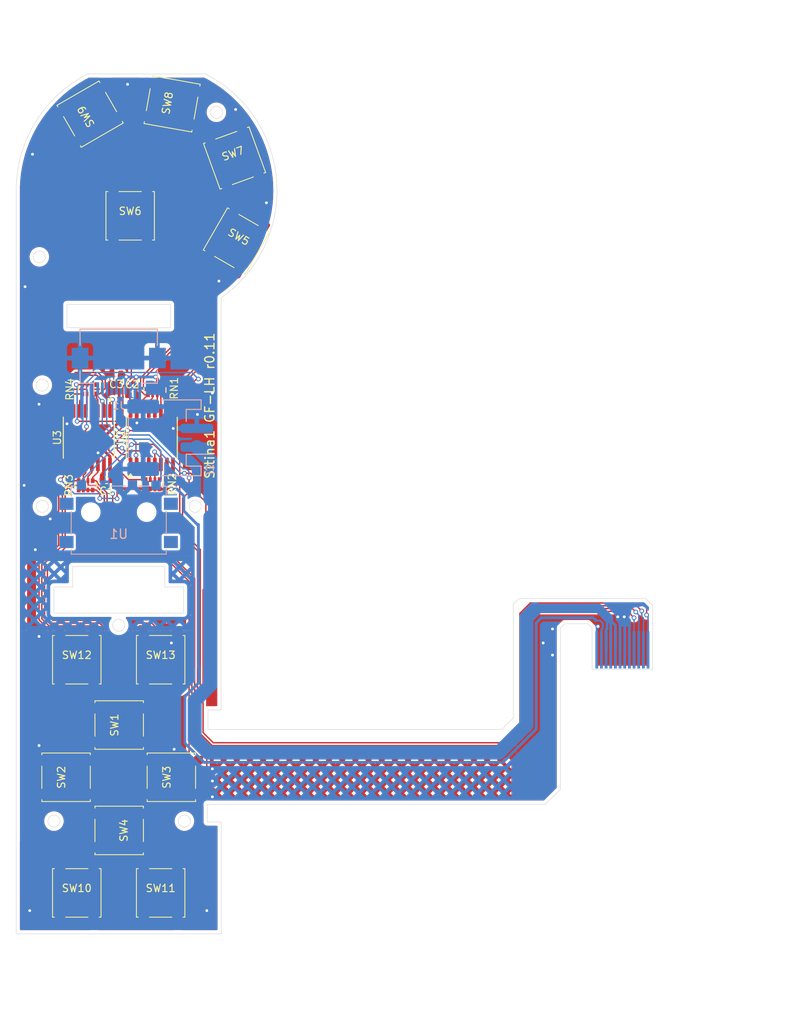
<source format=kicad_pcb>
(kicad_pcb (version 20240108) (generator "pcbnew") (generator_version "8.0")
  (title_block (title "Sitina 1 Grip Flex LH") (date "2024-08-04") (rev "R0.11") (company "Copyright 2024 Wenting Zhang"))
  (layers (0 "F.Cu" signal) (31 "B.Cu" signal) (34 "B.Paste" user) (35 "F.Paste" user) (36 "B.SilkS" user "B.Silkscreen") (37 "F.SilkS" user "F.Silkscreen") (38 "B.Mask" user) (39 "F.Mask" user) (44 "Edge.Cuts" user))
  (net 0 "")
  (net 1 "+3V3")
  (net 2 "GND")
  (net 3 "SPI_CS")
  (net 4 "SPI_SCLK")
  (net 5 "SPI_MOSI")
  (net 6 "SPI_MISO")
  (net 7 "+BATT")
  (net 8 "/KEYMODE")
  (net 9 "/KEYAF")
  (net 10 "/KEYALT")
  (net 11 "/KEYISO")
  (net 12 "/ENCB")
  (net 13 "/ENCA")
  (net 14 "/KEYSHTR")
  (net 15 "/ENCS")
  (net 16 "/KEYUP")
  (net 17 "/KEYLEFT")
  (net 18 "/KEYRIGHT")
  (net 19 "/KEYDOWN")
  (net 21 "Net-(U2-Q7)")
  (net 22 "/KEYPB")
  (net 24 "/KEYFN6")
  (net 25 "/KEYFN5")
  (net 26 "/KEYMENU")
  (footprint "Capacitor_SMD:C_0402_1005Metric" (layer "F.Cu") (at 162.3 94.4 180)
    (property "Reference" "C3")
    (property "Value" "100nF")
  )
  (footprint "Capacitor_SMD:C_0402_1005Metric" (layer "F.Cu") (at 161.25 105.85 180)
    (property "Reference" "C1")
    (property "Value" "100nF")
  )
  (footprint "footprints:HX-TS5208A" (layer "F.Cu") (at 174.98 71.3 20)
    (property "Reference" "SW7")
    (property "Value" "~")
  )
  (footprint "Capacitor_SMD:C_0402_1005Metric" (layer "F.Cu") (at 164 96.7375)
    (property "Reference" "C2")
    (property "Value" "100nF")
  )
  (footprint "footprints:HX-TS5208A" (layer "F.Cu") (at 168.28 65.5 80)
    (property "Reference" "SW8")
    (property "Value" "~")
  )
  (footprint "footprints:HX-TS5208A" (layer "F.Cu") (at 167.05 125.1)
    (property "Reference" "SW13")
    (property "Value" "~")
  )
  (footprint "footprints:HX-TS5208A" (layer "F.Cu") (at 167.05 150.1)
    (property "Reference" "SW11")
    (property "Value" "~")
  )
  (footprint "Resistor_SMD:R_Array_Convex_4x0402" (layer "F.Cu") (at 159.4 96.1 90)
    (property "Reference" "RN4")
    (property "Value" "10K")
  )
  (footprint "footprints:HX-TS5208A" (layer "F.Cu") (at 158.05 150.1)
    (property "Reference" "SW10")
    (property "Value" "~")
  )
  (footprint "Resistor_SMD:R_Array_Convex_4x0402" (layer "F.Cu") (at 166.1875 106.2875 -90)
    (property "Reference" "RN2")
    (property "Value" "10K")
  )
  (footprint "footprints:HX-TS5208A" (layer "F.Cu") (at 158.05 125.1)
    (property "Reference" "SW12")
    (property "Value" "~")
  )
  (footprint "Resistor_SMD:R_Array_Convex_4x0402" (layer "F.Cu") (at 159 106.4 -90)
    (property "Reference" "RN3")
    (property "Value" "10K")
  )
  (footprint "Resistor_SMD:R_Array_Convex_4x0402" (layer "F.Cu") (at 166.4375 96.1875 90)
    (property "Reference" "RN1")
    (property "Value" "10K")
  )
  (footprint "footprints:HX-TS5208A" (layer "F.Cu") (at 156.9 137.7 90)
    (property "Reference" "SW2")
    (property "Value" "~")
  )
  (footprint "footprints:HX-TS5208A" (layer "F.Cu") (at 163.78 77.5)
    (property "Reference" "SW6")
    (property "Value" "~")
  )
  (footprint "footprints:HX-TS5208A" (layer "F.Cu") (at 162.6 132.1 90)
    (property "Reference" "SW1")
    (property "Value" "~")
  )
  (footprint "Package_SO:TSSOP-16_4.4x5mm_P0.65mm" (layer "F.Cu") (at 166.1 101.3 90)
    (property "Reference" "U2")
    (property "Value" "74HC165")
  )
  (footprint "footprints:HX-TS5208A" (layer "F.Cu") (at 175.18 80.2 -30)
    (property "Reference" "SW5")
    (property "Value" "~")
  )
  (footprint "footprints:HX-TS5208A" (layer "F.Cu") (at 162.6 143.4 -90)
    (property "Reference" "SW4")
    (property "Value" "~")
  )
  (footprint "footprints:HX-TS5208A" (layer "F.Cu") (at 168.2 137.7 90)
    (property "Reference" "SW3")
    (property "Value" "~")
  )
  (footprint "Package_SO:TSSOP-16_4.4x5mm_P0.65mm" (layer "F.Cu") (at 159.3375 101.2875 -90)
    (property "Reference" "U3")
    (property "Value" "74HC165")
  )
  (footprint "footprints:HX-TS5208A" (layer "F.Cu") (at 159.48 66.6 120)
    (property "Reference" "SW9")
    (property "Value" "~")
  )
  (footprint "footprints:FPC_12" (layer "B.Cu") (at 216.6 124.04 180)
    (property "Reference" "J2" (hide yes))
    (property "Value" "Conn_01x12")
  )
  (footprint "Connector_JST:JST_PH_S2B-PH-SM4-TB_1x02-1MP_P2.00mm_Horizontal" (layer "B.Cu") (at 168.08 101.3 90)
    (property "Reference" "J3")
    (property "Value" "Conn_01x02_MountingPin")
  )
  (footprint "Connector_FFC-FPC:Hirose_FH12-10S-0.5SH_1x10-1MP_P0.50mm_Horizontal" (layer "B.Cu") (at 162.55 94.15)
    (property "Reference" "J1")
    (property "Value" "Conn_01x10_MountingPin")
  )
  (footprint "footprints:SIQ-02FVS3_L" (layer "B.Cu") (at 162.55 113.775)
    (property "Reference" "U1")
    (property "Value" "~")
  )
  (gr_line (start 155.6 117.3) (end 155.6 120.1) (stroke (width 0.05)) (layer "Edge.Cuts"))
  (gr_line (start 172.05 142.49) (end 172.05 140.59) (stroke (width 0.05)) (layer "Edge.Cuts"))
  (gr_circle (center 170.75 108.65) (end 171.4 108.65) (stroke (width 0.05)) (fill none) (layer "Edge.Cuts"))
  (gr_line (start 208.35 140.59) (end 209.95 138.99) (stroke (width 0.05)) (layer "Edge.Cuts"))
  (gr_circle (center 162.55 121.4) (end 163.2 121.4) (stroke (width 0.05)) (fill none) (layer "Edge.Cuts"))
  (gr_line (start 173.55 154.49) (end 173.55 142.49) (stroke (width 0.05)) (layer "Edge.Cuts"))
  (gr_circle (center 169.6 142.4) (end 170.25 142.4) (stroke (width 0.05)) (fill none) (layer "Edge.Cuts"))
  (gr_rect (start 157 87) (end 168.1 89.5) (stroke (width 0.05)) (fill none) (layer "Edge.Cuts"))
  (gr_line (start 169.5 117.3) (end 167.5 117.3) (stroke (width 0.05)) (layer "Edge.Cuts"))
  (gr_circle (center 155.6 142.4) (end 156.25 142.4) (stroke (width 0.05)) (fill none) (layer "Edge.Cuts"))
  (gr_line (start 219.85 126.14) (end 219.85 119.29) (stroke (width 0.05)) (layer "Edge.Cuts"))
  (gr_line (start 209.95 121.69) (end 209.95 138.99) (stroke (width 0.05)) (layer "Edge.Cuts"))
  (gr_line (start 205.5 118.54) (end 219.1 118.54) (stroke (width 0.05)) (layer "Edge.Cuts"))
  (gr_line (start 172.05 140.59) (end 208.35 140.59) (stroke (width 0.05)) (layer "Edge.Cuts"))
  (gr_arc (start 171.84 62.290001) (mid 179.503104 73.804252) (end 173.533678 86.280913) (stroke (width 0.05)) (layer "Edge.Cuts"))
  (gr_line (start 172.13 132.58) (end 203.66 132.58) (stroke (width 0.05)) (layer "Edge.Cuts"))
  (gr_line (start 209.95 121.69) (end 210.4 121.24) (stroke (width 0.05)) (layer "Edge.Cuts"))
  (gr_line (start 172.05 142.49) (end 173.55 142.49) (stroke (width 0.05)) (layer "Edge.Cuts"))
  (gr_line (start 204.9 119.14) (end 205.5 118.54) (stroke (width 0.05)) (layer "Edge.Cuts"))
  (gr_line (start 151.55 154.49) (end 151.55 74.29) (stroke (width 0.05)) (layer "Edge.Cuts"))
  (gr_line (start 159.24 62.29) (end 171.84 62.289999) (stroke (width 0.05)) (layer "Edge.Cuts"))
  (gr_line (start 157.6 115.1) (end 157.6 117.3) (stroke (width 0.05)) (layer "Edge.Cuts"))
  (gr_line (start 172.13 132.58) (end 172.13 130.48) (stroke (width 0.05)) (layer "Edge.Cuts"))
  (gr_line (start 157.6 117.3) (end 155.6 117.3) (stroke (width 0.05)) (layer "Edge.Cuts"))
  (gr_circle (center 154.35 95.65) (end 155 95.65) (stroke (width 0.05)) (fill none) (layer "Edge.Cuts"))
  (gr_line (start 213.35 121.69) (end 212.9 121.24) (stroke (width 0.05)) (layer "Edge.Cuts"))
  (gr_line (start 173.55 154.49) (end 151.55 154.49) (stroke (width 0.05)) (layer "Edge.Cuts"))
  (gr_line (start 210.4 121.24) (end 212.9 121.24) (stroke (width 0.05)) (layer "Edge.Cuts"))
  (gr_arc (start 151.551062 74.290394) (mid 153.753881 67.238353) (end 159.24 62.29) (stroke (width 0.05)) (layer "Edge.Cuts"))
  (gr_line (start 173.53 130.48) (end 172.13 130.48) (stroke (width 0.05)) (layer "Edge.Cuts"))
  (gr_circle (center 154.03 81.9) (end 154.68 81.9) (stroke (width 0.05)) (fill none) (layer "Edge.Cuts"))
  (gr_circle (center 173.03 66.4) (end 173.68 66.4) (stroke (width 0.05)) (fill none) (layer "Edge.Cuts"))
  (gr_circle (center 154.35 108.65) (end 155 108.65) (stroke (width 0.05)) (fill none) (layer "Edge.Cuts"))
  (gr_line (start 155.6 120.1) (end 169.5 120.1) (stroke (width 0.05)) (layer "Edge.Cuts"))
  (gr_line (start 213.35 121.69) (end 213.35 126.14) (stroke (width 0.05)) (layer "Edge.Cuts"))
  (gr_line (start 219.85 126.14) (end 213.35 126.14) (stroke (width 0.05)) (layer "Edge.Cuts"))
  (gr_line (start 167.5 117.3) (end 167.5 115.1) (stroke (width 0.05)) (layer "Edge.Cuts"))
  (gr_line (start 173.53 130.48) (end 173.533678 86.280913) (stroke (width 0.05)) (layer "Edge.Cuts"))
  (gr_line (start 169.5 120.1) (end 169.5 117.3) (stroke (width 0.05)) (layer "Edge.Cuts"))
  (gr_line (start 204.9 131.34) (end 203.66 132.58) (stroke (width 0.05)) (layer "Edge.Cuts"))
  (gr_line (start 219.85 119.29) (end 219.1 118.54) (stroke (width 0.05)) (layer "Edge.Cuts"))
  (gr_line (start 167.5 115.1) (end 157.6 115.1) (stroke (width 0.05)) (layer "Edge.Cuts"))
  (gr_line (start 204.9 119.14) (end 204.9 131.34) (stroke (width 0.05)) (layer "Edge.Cuts"))
  (gr_text "Sitina1 GF-LH r0.11" (at 172.9 105.8 90) (layer "F.SilkS") (effects (font (size 1 1)) (justify left bottom)))
  (segment (start 162.978249 94.4) (end 163.353249 94.775) (width 0.3) (layer "F.Cu") (net 1))
  (segment (start 162.6 99.3) (end 162.6 94.58) (width 0.3) (layer "F.Cu") (net 1))
  (segment (start 160.370702 107.129298) (end 160.525 107.283596) (width 0.15) (layer "F.Cu") (net 1))
  (segment (start 162.375 107.820002) (end 162.375 107.005) (width 0.15) (layer "F.Cu") (net 1))
  (segment (start 163.52 96.7375) (end 163.52 95.88) (width 0.3) (layer "F.Cu") (net 1))
  (segment (start 161.6125 104.15) (end 161.6125 103.314582) (width 0.3) (layer "F.Cu") (net 1))
  (segment (start 166.95 106.8) (end 166.9375 106.7875) (width 0.3) (layer "F.Cu") (net 1))
  (segment (start 161.1 102.802082) (end 161.1 101.1) (width 0.3) (layer "F.Cu") (net 1))
  (segment (start 161.6125 105.7325) (end 161.73 105.85) (width 0.3) (layer "F.Cu") (net 1))
  (segment (start 162.6 99.6) (end 162.6 99.3) (width 0.3) (layer "F.Cu") (net 1))
  (segment (start 161.6125 104.15) (end 161.6125 105.7325) (width 0.3) (layer "F.Cu") (net 1))
  (segment (start 165.6875 95.6875) (end 167.1875 95.6875) (width 0.15) (layer "F.Cu") (net 1))
  (segment (start 159.75 106.9) (end 158.25 106.9) (width 0.15) (layer "F.Cu") (net 1))
  (segment (start 162.78 94.4) (end 162.978249 94.4) (width 0.3) (layer "F.Cu") (net 1))
  (segment (start 160.141404 106.9) (end 160.370702 107.129298) (width 0.15) (layer "F.Cu") (net 1))
  (segment (start 162.6 94.58) (end 162.78 94.4) (width 0.3) (layer "F.Cu") (net 1))
  (segment (start 165.4375 106.7875) (end 165.4 106.75) (width 0.3) (layer "F.Cu") (net 1))
  (segment (start 163.52 95.88) (end 164.435804 94.964196) (width 0.3) (layer "F.Cu") (net 1))
  (segment (start 166.7 94.975) (end 166.7 95.675) (width 0.3) (layer "F.Cu") (net 1))
  (segment (start 166.7 95.675) (end 166.6875 95.6875) (width 0.3) (layer "F.Cu") (net 1))
  (segment (start 158.65 95.6) (end 158 95.6) (width 0.15) (layer "F.Cu") (net 1))
  (segment (start 163.825 98.4375) (end 163.825 97.0425) (width 0.3) (layer "F.Cu") (net 1))
  (segment (start 161.6125 103.314582) (end 161.1 102.802082) (width 0.3) (layer "F.Cu") (net 1))
  (segment (start 159.75 106.9) (end 160.141404 106.9) (width 0.15) (layer "F.Cu") (net 1))
  (segment (start 160.15 95.6) (end 158.65 95.6) (width 0.15) (layer "F.Cu") (net 1))
  (segment (start 166.5 94.775) (end 166.7 94.975) (width 0.3) (layer "F.Cu") (net 1))
  (segment (start 162.375 107.005) (end 162.63 106.75) (width 0.15) (layer "F.Cu") (net 1))
  (segment (start 158.085858 99.532278) (end 162.367722 99.532278) (width 0.15) (layer "F.Cu") (net 1))
  (segment (start 162.367722 99.532278) (end 162.6 99.3) (width 0.15) (layer "F.Cu") (net 1))
  (segment (start 163.825 97.0425) (end 163.52 96.7375) (width 0.3) (layer "F.Cu") (net 1))
  (segment (start 164.435804 94.964196) (end 164.435804 94.775) (width 0.3) (layer "F.Cu") (net 1))
  (segment (start 168.2 106.8) (end 166.95 106.8) (width 0.3) (layer "F.Cu") (net 1))
  (segment (start 161.1 101.1) (end 162.6 99.6) (width 0.3) (layer "F.Cu") (net 1))
  (segment (start 162.63 106.75) (end 161.73 105.85) (width 0.3) (layer "F.Cu") (net 1))
  (segment (start 165.4 106.75) (end 162.63 106.75) (width 0.3) (layer "F.Cu") (net 1))
  (segment (start 160.525 107.283596) (end 160.525 107.8) (width 0.15) (layer "F.Cu") (net 1))
  (segment (start 166.9375 106.7875) (end 165.4375 106.7875) (width 0.3) (layer "F.Cu") (net 1))
  (via (at 158 95.6) (size 0.5) (drill 0.3) (layers "F.Cu" "B.Cu") (net 1))
  (via (at 160.525 107.8) (size 0.5) (drill 0.3) (layers "F.Cu" "B.Cu") (net 1))
  (via (at 163.353249 94.775) (size 0.5) (drill 0.3) (layers "F.Cu" "B.Cu") (net 1))
  (via (at 166.5 94.775) (size 0.5) (drill 0.3) (layers "F.Cu" "B.Cu") (net 1))
  (via (at 168.2 106.8) (size 0.5) (drill 0.3) (layers "F.Cu" "B.Cu") (net 1))
  (via (at 162.375 107.820002) (size 0.5) (drill 0.3) (layers "F.Cu" "B.Cu") (net 1))
  (via (at 164.435804 94.775) (size 0.5) (drill 0.3) (layers "F.Cu" "B.Cu") (net 1))
  (via (at 158.085858 99.532278) (size 0.5) (drill 0.3) (layers "F.Cu" "B.Cu") (net 1))
  (segment (start 206.842462 133.042462) (end 203.784924 136.1) (width 0.3) (layer "B.Cu") (net 1))
  (segment (start 162.8 94.9) (end 162.925 94.775) (width 0.3) (layer "B.Cu") (net 1))
  (segment (start 207.7 120.8) (end 207.35 121.15) (width 0.3) (layer "B.Cu") (net 1))
  (segment (start 214.35 121.864751) (end 214.45 121.764751) (width 0.2) (layer "B.Cu") (net 1))
  (segment (start 214.45 121.764751) (end 214.45 121.712132) (width 0.2) (layer "B.Cu") (net 1))
  (segment (start 171.7 136.1) (end 170.2 134.6) (width 0.3) (layer "B.Cu") (net 1))
  (segment (start 171.1 125.85) (end 171.1 110.6) (width 0.3) (layer "B.Cu") (net 1))
  (segment (start 158.085858 95.685858) (end 158.085858 99.532278) (width 0.15) (layer "B.Cu") (net 1))
  (segment (start 213.46 120.6) (end 207.9 120.6) (width 0.3) (layer "B.Cu") (net 1))
  (segment (start 169.840186 109.443457) (end 169.538006 109.141277) (width 0.3) (layer "B.Cu") (net 1))
  (segment (start 207.9 120.6) (end 207.7 120.8) (width 0.3) (layer "B.Cu") (net 1))
  (segment (start 162.725 94.775) (end 163.353249 94.775) (width 0.3) (layer "B.Cu") (net 1))
  (segment (start 214.5 121.2) (end 214.2 120.9) (width 0.2) (layer "B.Cu") (net 1))
  (segment (start 163.353249 94.775) (end 166.5 94.775) (width 0.3) (layer "B.Cu") (net 1))
  (segment (start 171.15 127.55) (end 171.15 125.9) (width 0.3) (layer "B.Cu") (net 1))
  (segment (start 162.354998 107.8) (end 162.375 107.820002) (width 0.15) (layer "B.Cu") (net 1))
  (segment (start 169.866496 109.47967) (end 169.840186 109.443457) (width 0.3) (layer "B.Cu") (net 1))
  (segment (start 169.538006 107.538006) (end 168.8 106.8) (width 0.3) (layer "B.Cu") (net 1))
  (segment (start 163.353249 94.775) (end 163.3 94.828249) (width 0.3) (layer "B.Cu") (net 1))
  (segment (start 163.3 94.828249) (end 163.3 96) (width 0.3) (layer "B.Cu") (net 1))
  (segment (start 169.538006 109.141277) (end 169.538006 107.538006) (width 0.3) (layer "B.Cu") (net 1))
  (segment (start 168.8 106.8) (end 168.2 106.8) (width 0.3) (layer "B.Cu") (net 1))
  (segment (start 158 95.6) (end 158.085858 95.685858) (width 0.15) (layer "B.Cu") (net 1))
  (segment (start 162.8 96) (end 162.8 94.9) (width 0.3) (layer "B.Cu") (net 1))
  (segment (start 203.784924 136.1) (end 202.915076 136.1) (width 0.3) (layer "B.Cu") (net 1))
  (segment (start 162.925 94.775) (end 163.353249 94.775) (width 0.3) (layer "B.Cu") (net 1))
  (segment (start 170.2 134.6) (end 169.65 134.05) (width 0.3) (layer "B.Cu") (net 1))
  (segment (start 214.2 120.9) (end 213.8 120.9) (width 0.2) (layer "B.Cu") (net 1))
  (segment (start 162.3 96) (end 162.3 95.2) (width 0.3) (layer "B.Cu") (net 1))
  (segment (start 207.35 132.534924) (end 206.842462 133.042462) (width 0.3) (layer "B.Cu") (net 1))
  (segment (start 213.76 120.9) (end 213.46 120.6) (width 0.3) (layer "B.Cu") (net 1))
  (segment (start 214.45 121.712132) (end 214.5 121.662132) (width 0.2) (layer "B.Cu") (net 1))
  (segment (start 207.35 121.15) (end 207.35 121.9) (width 0.3) (layer "B.Cu") (net 1))
  (segment (start 171.15 125.9) (end 171.1 125.85) (width 0.3) (layer "B.Cu") (net 1))
  (segment (start 169.65 129.05) (end 169.9 128.8) (width 0.3) (layer "B.Cu") (net 1))
  (segment (start 214.5 121.662132) (end 214.5 121.2) (width 0.2) (layer "B.Cu") (net 1))
  (segment (start 170.986826 110.6) (end 169.866496 109.47967) (width 0.3) (layer "B.Cu") (net 1))
  (segment (start 162.3 95.2) (end 162.725 94.775) (width 0.3) (layer "B.Cu") (net 1))
  (segment (start 214.35 124.04) (end 214.35 121.864751) (width 0.2) (layer "B.Cu") (net 1))
  (segment (start 171.1 110.6) (end 170.986826 110.6) (width 0.3) (layer "B.Cu") (net 1))
  (segment (start 160.525 107.8) (end 162.354998 107.8) (width 0.15) (layer "B.Cu") (net 1))
  (segment (start 213.8 120.9) (end 213.76 120.9) (width 0.3) (layer "B.Cu") (net 1))
  (segment (start 213.8 120.9) (end 213.7 120.9) (width 0.2) (layer "B.Cu") (net 1))
  (segment (start 202.915076 136.1) (end 171.7 136.1) (width 0.3) (layer "B.Cu") (net 1))
  (segment (start 169.65 134.05) (end 169.65 129.05) (width 0.3) (layer "B.Cu") (net 1))
  (segment (start 207.35 121.9) (end 207.35 132.534924) (width 0.3) (layer "B.Cu") (net 1))
  (segment (start 169.9 128.8) (end 171.15 127.55) (width 0.3) (layer "B.Cu") (net 1))
  (segment (start 164.475 98.4375) (end 164.475 99.675) (width 0.15) (layer "F.Cu") (net 2))
  (segment (start 157.0625 98.425) (end 157.0625 99.7375) (width 0.15) (layer "F.Cu") (net 2))
  (segment (start 160.9625 104.15) (end 160.9625 105.6575) (width 0.15) (layer "F.Cu") (net 2))
  (segment (start 168.375 105.275) (end 168.4 105.3) (width 0.15) (layer "F.Cu") (net 2))
  (segment (start 164.475 99.675) (end 164.5 99.7) (width 0.15) (layer "F.Cu") (net 2))
  (segment (start 161.82 94.954028) (end 161.797403 94.976625) (width 0.3) (layer "F.Cu") (net 2))
  (segment (start 168.375 104.1625) (end 168.375 105.275) (width 0.15) (layer "F.Cu") (net 2))
  (segment (start 160.9625 105.6575) (end 160.77 105.85) (width 0.15) (layer "F.Cu") (net 2))
  (segment (start 161.82 94.4) (end 161.82 94.954028) (width 0.3) (layer "F.Cu") (net 2))
  (segment (start 160.9625 104.15) (end 160.9625 103.54032) (width 0.15) (layer "F.Cu") (net 2))
  (segment (start 160.9625 103.54032) (end 160.335099 102.912919) (width 0.15) (layer "F.Cu") (net 2))
  (segment (start 157.0625 99.7375) (end 157 99.8) (width 0.15) (layer "F.Cu") (net 2))
  (segment (start 164.475 98.4375) (end 164.475 96.7425) (width 0.3) (layer "F.Cu") (net 2))
  (segment (start 164.475 96.7425) (end 164.48 96.7375) (width 0.3) (layer "F.Cu") (net 2))
  (via (at 153.3 70.9) (size 0.5) (drill 0.3) (layers "F.Cu" "B.Cu") (net 2))
  (via (at 154 134.3) (size 0.5) (drill 0.3) (layers "F.Cu" "B.Cu") (net 2))
  (via (at 168.2 123.3) (size 0.5) (drill 0.3) (layers "F.Cu" "B.Cu") (net 2))
  (via (at 168.4 100.3) (size 0.5) (drill 0.3) (layers "F.Cu" "B.Cu") (net 2))
  (via (at 209.1 124.6) (size 0.5) (drill 0.3) (layers "F.Cu" "B.Cu") (net 2))
  (via (at 168.4 105.3) (size 0.5) (drill 0.3) (layers "F.Cu" "B.Cu") (net 2))
  (via (at 173.3 84.5) (size 0.5) (drill 0.3) (layers "F.Cu" "B.Cu") (net 2))
  (via (at 172 152) (size 0.5) (drill 0.3) (layers "F.Cu" "B.Cu") (net 2))
  (via (at 168.5 134.7) (size 0.5) (drill 0.3) (layers "F.Cu" "B.Cu") (net 2))
  (via (at 155.2 110) (size 0.5) (drill 0.3) (layers "F.Cu" "B.Cu") (net 2))
  (via (at 164.5 99.7) (size 0.5) (drill 0.3) (layers "F.Cu" "B.Cu") (net 2))
  (via (at 161.797403 94.976625) (size 0.5) (drill 0.3) (layers "F.Cu" "B.Cu") (net 2))
  (via (at 216.8 120.5) (size 0.5) (drill 0.3) (layers "F.Cu" "B.Cu") (net 2))
  (via (at 171 98.8) (size 0.5) (drill 0.3) (layers "F.Cu" "B.Cu") (net 2))
  (via (at 152.4 106.4) (size 0.5) (drill 0.3) (layers "F.Cu" "B.Cu") (net 2))
  (via (at 172.6 138.1) (size 0.5) (drill 0.3) (layers "F.Cu" "B.Cu") (net 2))
  (via (at 178.4 76.1) (size 0.5) (drill 0.3) (layers "F.Cu" "B.Cu") (net 2))
  (via (at 209.1 121.8) (size 0.5) (drill 0.3) (layers "F.Cu" "B.Cu") (net 2))
  (via (at 154 97.7) (size 0.5) (drill 0.3) (layers "F.Cu" "B.Cu") (net 2))
  (via (at 153 152) (size 0.5) (drill 0.3) (layers "F.Cu" "B.Cu") (net 2))
  (via (at 153.6 113.3) (size 0.5) (drill 0.3) (layers "F.Cu" "B.Cu") (net 2))
  (via (at 154 122.6) (size 0.5) (drill 0.3) (layers "F.Cu" "B.Cu") (net 2))
  (via (at 152.5 85.1) (size 0.5) (drill 0.3) (layers "F.Cu" "B.Cu") (net 2))
  (via (at 213.979521 121.528123) (size 0.5) (drill 0.3) (layers "F.Cu" "B.Cu") (net 2))
  (via (at 163.5 63.4) (size 0.5) (drill 0.3) (layers "F.Cu" "B.Cu") (net 2))
  (via (at 157 99.8) (size 0.5) (drill 0.3) (layers "F.Cu" "B.Cu") (net 2))
  (via (at 175.1 66.1) (size 0.5) (drill 0.3) (layers "F.Cu" "B.Cu") (net 2))
  (via (at 172.6 96.5) (size 0.5) (drill 0.3) (layers "F.Cu" "B.Cu") (net 2))
  (via (at 208.1 123.3) (size 0.5) (drill 0.3) (layers "F.Cu" "B.Cu") (net 2))
  (via (at 172.6 139.8) (size 0.5) (drill 0.3) (layers "F.Cu" "B.Cu") (net 2))
  (via (at 160.335099 102.912919) (size 0.5) (drill 0.3) (layers "F.Cu" "B.Cu") (net 2))
  (via (at 216.1 120.5) (size 0.5) (drill 0.3) (layers "F.Cu" "B.Cu") (net 2))
  (via (at 172.6 136.8) (size 0.5) (drill 0.3) (layers "F.Cu" "B.Cu") (net 2))
  (segment (start 217.35 124.04) (end 217.35 120.85) (width 0.3) (layer "B.Cu") (net 2))
  (segment (start 161.8 96) (end 161.8 94.979222) (width 0.3) (layer "B.Cu") (net 2))
  (segment (start 164.3 96) (end 164.3 97.07) (width 0.3) (layer "B.Cu") (net 2))
  (segment (start 216.85 120.55) (end 216.8 120.5) (width 0.3) (layer "B.Cu") (net 2))
  (segment (start 217 120.5) (end 216.8 120.5) (width 0.3) (layer "B.Cu") (net 2))
  (segment (start 217.35 120.85) (end 217 120.5) (width 0.3) (layer "B.Cu") (net 2))
  (segment (start 216.35 124.04) (end 216.35 120.75) (width 0.3) (layer "B.Cu") (net 2))
  (segment (start 164.8 97.57) (end 165.18 97.95) (width 0.3) (layer "B.Cu") (net 2))
  (segment (start 164.85 97.95) (end 165.18 97.95) (width 0.3) (layer "B.Cu") (net 2))
  (segment (start 213.85 121.657644) (end 213.979521 121.528123) (width 0.2) (layer "B.Cu") (net 2))
  (segment (start 163.8 96.9) (end 164.85 97.95) (width 0.3) (layer "B.Cu") (net 2))
  (segment (start 161.8 94.979222) (end 161.797403 94.976625) (width 0.3) (layer "B.Cu") (net 2))
  (segment (start 216.85 124.04) (end 216.85 120.55) (width 0.3) (layer "B.Cu") (net 2))
  (segment (start 213.85 124.04) (end 213.85 121.657644) (width 0.2) (layer "B.Cu") (net 2))
  (segment (start 216.35 120.75) (end 216.1 120.5) (width 0.3) (layer "B.Cu") (net 2))
  (segment (start 163.8 96) (end 163.8 96.9) (width 0.3) (layer "B.Cu") (net 2))
  (segment (start 164.8 96) (end 164.8 97.57) (width 0.3) (layer "B.Cu") (net 2))
  (segment (start 164.3 97.07) (end 165.18 97.95) (width 0.3) (layer "B.Cu") (net 2))
  (segment (start 169.1 111.5) (end 169.1 103.6) (width 0.15) (layer "F.Cu") (net 3))
  (segment (start 163.825 103.225) (end 163.825 104.1625) (width 0.15) (layer "F.Cu") (net 3))
  (segment (start 163.475 100.525) (end 162.4 101.6) (width 0.15) (layer "F.Cu") (net 3))
  (segment (start 206.2 132.275736) (end 203.875736 134.6) (width 0.15) (layer "F.Cu") (net 3))
  (segment (start 163.5 100.525) (end 163.475 100.525) (width 0.15) (layer "F.Cu") (net 3))
  (segment (start 172.448528 134.6) (end 171 133.151472) (width 0.15) (layer "F.Cu") (net 3))
  (segment (start 169.1 103.6) (end 166.025 100.525) (width 0.15) (layer "F.Cu") (net 3))
  (segment (start 203.875736 134.6) (end 172.448528 134.6) (width 0.15) (layer "F.Cu") (net 3))
  (segment (start 206.960736 119.615) (end 206.2 120.375736) (width 0.15) (layer "F.Cu") (net 3))
  (segment (start 166.025 100.525) (end 163.5 100.525) (width 0.15) (layer "F.Cu") (net 3))
  (segment (start 162.9 103.1) (end 163.7 103.1) (width 0.15) (layer "F.Cu") (net 3))
  (segment (start 206.2 120.375736) (end 206.2 132.275736) (width 0.15) (layer "F.Cu") (net 3))
  (segment (start 163.7 103.1) (end 163.825 103.225) (width 0.15) (layer "F.Cu") (net 3))
  (segment (start 161.6125 97.4875) (end 161.6125 98.425) (width 0.15) (layer "F.Cu") (net 3))
  (segment (start 218.036777 119.977411) (end 217.674366 119.615) (width 0.15) (layer "F.Cu") (net 3))
  (segment (start 161.9 97.2) (end 161.6125 97.4875) (width 0.15) (layer "F.Cu") (net 3))
  (segment (start 171 113.4) (end 169.1 111.5) (width 0.15) (layer "F.Cu") (net 3))
  (segment (start 162.4 101.6) (end 162.4 102.6) (width 0.15) (layer "F.Cu") (net 3))
  (segment (start 217.674366 119.615) (end 206.960736 119.615) (width 0.15) (layer "F.Cu") (net 3))
  (segment (start 162.4 102.6) (end 162.9 103.1) (width 0.15) (layer "F.Cu") (net 3))
  (segment (start 171 133.151472) (end 171 113.4) (width 0.15) (layer "F.Cu") (net 3))
  (via (at 218.036777 119.977411) (size 0.5) (drill 0.3) (layers "F.Cu" "B.Cu") (net 3))
  (via (at 163.5 100.525) (size 0.5) (drill 0.3) (layers "F.Cu" "B.Cu") (net 3))
  (via (at 161.9 97.2) (size 0.5) (drill 0.3) (layers "F.Cu" "B.Cu") (net 3))
  (segment (start 163.4 100.6) (end 163.425 100.6) (width 0.15) (layer "B.Cu") (net 3))
  (segment (start 218.35 120.290634) (end 218.35 124.04) (width 0.15) (layer "B.Cu") (net 3))
  (segment (start 162.7 100.6) (end 163.4 100.6) (width 0.15) (layer "B.Cu") (net 3))
  (segment (start 161.75 97.2) (end 161.3 96.75) (width 0.15) (layer "B.Cu") (net 3))
  (segment (start 163.425 100.6) (end 163.5 100.525) (width 0.15) (layer "B.Cu") (net 3))
  (segment (start 218.036777 119.977411) (end 218.35 120.290634) (width 0.15) (layer "B.Cu") (net 3))
  (segment (start 161.9 99.8) (end 162.3 100.2) (width 0.15) (layer "B.Cu") (net 3))
  (segment (start 161.9 97.2) (end 161.9 99.8) (width 0.15) (layer "B.Cu") (net 3))
  (segment (start 162.3 100.2) (end 162.7 100.6) (width 0.15) (layer "B.Cu") (net 3))
  (segment (start 161.3 96.75) (end 161.3 96) (width 0.15) (layer "B.Cu") (net 3))
  (segment (start 161.9 97.2) (end 161.75 97.2) (width 0.15) (layer "B.Cu") (net 3))
  (segment (start 171.6 117.6) (end 171.6 132.902944) (width 0.15) (layer "F.Cu") (net 4))
  (segment (start 171.9 113.3) (end 171.7 113.5) (width 0.15) (layer "F.Cu") (net 4))
  (segment (start 171.6 132.902944) (end 172.697056 134) (width 0.15) (layer "F.Cu") (net 4))
  (segment (start 171.9 108.2) (end 171.9 113.3) (width 0.15) (layer "F.Cu") (net 4))
  (segment (start 203.627208 134) (end 205.6 132.027208) (width 0.15) (layer "F.Cu") (net 4))
  (segment (start 219.2 119.413153) (end 219.2 120.3) (width 0.15) (layer "F.Cu") (net 4))
  (segment (start 171.7 117.5) (end 171.6 117.6) (width 0.15) (layer "F.Cu") (net 4))
  (segment (start 205.6 132.027208) (end 205.6 120.127208) (width 0.15) (layer "F.Cu") (net 4))
  (segment (start 206.712208 119.015) (end 218.801847 119.015) (width 0.15) (layer "F.Cu") (net 4))
  (segment (start 164.4 103.175) (end 164.4 104.0875) (width 0.15) (layer "F.Cu") (net 4))
  (segment (start 160.7875 97.375361) (end 160.9625 97.550361) (width 0.15) (layer "F.Cu") (net 4))
  (segment (start 172.697056 134) (end 203.627208 134) (width 0.15) (layer "F.Cu") (net 4))
  (segment (start 170.6 106.9) (end 171.9 108.2) (width 0.15) (layer "F.Cu") (net 4))
  (segment (start 164.4 104.0875) (end 164.475 104.1625) (width 0.15) (layer "F.Cu") (net 4))
  (segment (start 160.9625 97.550361) (end 160.9625 98.425) (width 0.15) (layer "F.Cu") (net 4))
  (segment (start 218.801847 119.015) (end 219.2 119.413153) (width 0.15) (layer "F.Cu") (net 4))
  (segment (start 205.6 120.127208) (end 206.712208 119.015) (width 0.15) (layer "F.Cu") (net 4))
  (segment (start 170.6 105.428248) (end 170.6 106.9) (width 0.15) (layer "F.Cu") (net 4))
  (segment (start 170.271752 105.1) (end 170.6 105.428248) (width 0.15) (layer "F.Cu") (net 4))
  (segment (start 169.6 105.1) (end 170.271752 105.1) (width 0.15) (layer "F.Cu") (net 4))
  (segment (start 171.7 113.5) (end 171.7 117.5) (width 0.15) (layer "F.Cu") (net 4))
  (via (at 219.2 120.3) (size 0.5) (drill 0.3) (layers "F.Cu" "B.Cu") (net 4))
  (via (at 160.7875 97.375361) (size 0.5) (drill 0.3) (layers "F.Cu" "B.Cu") (net 4))
  (via (at 164.4 103.175) (size 0.5) (drill 0.3) (layers "F.Cu" "B.Cu") (net 4))
  (via (at 169.6 105.1) (size 0.5) (drill 0.3) (layers "F.Cu" "B.Cu") (net 4))
  (segment (start 219.35 120.45) (end 219.35 124.04) (width 0.15) (layer "B.Cu") (net 4))
  (segment (start 162.3 101.4) (end 164 101.4) (width 0.15) (layer "B.Cu") (net 4))
  (segment (start 167.037868 102.637868) (end 167.037868 102.937868) (width 0.15) (layer "B.Cu") (net 4))
  (segment (start 167.037868 102.937868) (end 169.2 105.1) (width 0.15) (layer "B.Cu") (net 4))
  (segment (start 160.3 96.887861) (end 160.3 96) (width 0.15) (layer "B.Cu") (net 4))
  (segment (start 219.2 120.3) (end 219.35 120.45) (width 0.15) (layer "B.Cu") (net 4))
  (segment (start 160.7875 99.8875) (end 161.7 100.8) (width 0.15) (layer "B.Cu") (net 4))
  (segment (start 161.7 100.8) (end 162.3 101.4) (width 0.15) (layer "B.Cu") (net 4))
  (segment (start 164.05 101.45) (end 165.85 101.45) (width 0.15) (layer "B.Cu") (net 4))
  (segment (start 164 101.4) (end 164.05 101.45) (width 0.15) (layer "B.Cu") (net 4))
  (segment (start 160.7875 97.375361) (end 160.7875 99.8875) (width 0.15) (layer "B.Cu") (net 4))
  (segment (start 164.05 101.45) (end 164.4 101.8) (width 0.15) (layer "B.Cu") (net 4))
  (segment (start 164.4 101.8) (end 164.4 103.175) (width 0.15) (layer "B.Cu") (net 4))
  (segment (start 165.85 101.45) (end 167.037868 102.637868) (width 0.15) (layer "B.Cu") (net 4))
  (segment (start 160.7875 97.375361) (end 160.3 96.887861) (width 0.15) (layer "B.Cu") (net 4))
  (segment (start 169.2 105.1) (end 169.6 105.1) (width 0.15) (layer "B.Cu") (net 4))
  (segment (start 172.572792 134.3) (end 171.3 133.027208) (width 0.15) (layer "F.Cu") (net 5))
  (segment (start 169.4 107.8) (end 170.1 107.1) (width 0.15) (layer "F.Cu") (net 5))
  (segment (start 218.122617 119.315) (end 206.836472 119.315) (width 0.15) (layer "F.Cu") (net 5))
  (segment (start 205.9 132.151472) (end 203.751472 134.3) (width 0.15) (layer "F.Cu") (net 5))
  (segment (start 218.677889 119.870272) (end 218.122617 119.315) (width 0.15) (layer "F.Cu") (net 5))
  (segment (start 203.751472 134.3) (end 172.572792 134.3) (width 0.15) (layer "F.Cu") (net 5))
  (segment (start 171.3 133.027208) (end 171.3 113.275736) (width 0.15) (layer "F.Cu") (net 5))
  (segment (start 169.4 111.375736) (end 169.4 107.8) (width 0.15) (layer "F.Cu") (net 5))
  (segment (start 170.1 107.1) (end 170.1 105.6) (width 0.15) (layer "F.Cu") (net 5))
  (segment (start 206.836472 119.315) (end 205.9 120.251472) (width 0.15) (layer "F.Cu") (net 5))
  (segment (start 171.3 113.275736) (end 169.4 111.375736) (width 0.15) (layer "F.Cu") (net 5))
  (segment (start 205.9 120.251472) (end 205.9 132.151472) (width 0.15) (layer "F.Cu") (net 5))
  (via (at 218.677889 119.870272) (size 0.5) (drill 0.3) (layers "F.Cu" "B.Cu") (net 5))
  (via (at 170.1 105.6) (size 0.5) (drill 0.3) (layers "F.Cu" "B.Cu") (net 5))
  (segment (start 170.1 105.6) (end 170.075 105.575) (width 0.15) (layer "B.Cu") (net 5))
  (segment (start 169.796752 104.625) (end 169.449264 104.625) (width 0.15) (layer "B.Cu") (net 5))
  (segment (start 218.677889 120.449641) (end 218.864124 120.635876) (width 0.15) (layer "B.Cu") (net 5))
  (segment (start 218.864124 120.635876) (end 218.864124 124.025876) (width 0.15) (layer "B.Cu") (net 5))
  (segment (start 162.5 101) (end 161.2625 99.7625) (width 0.15) (layer "B.Cu") (net 5))
  (segment (start 218.677889 119.870272) (end 218.677889 120.449641) (width 0.15) (layer "B.Cu") (net 5))
  (segment (start 169.449264 104.625) (end 165.824264 101) (width 0.15) (layer "B.Cu") (net 5))
  (segment (start 170.075 104.903248) (end 169.796752 104.625) (width 0.15) (layer "B.Cu") (net 5))
  (segment (start 160.8 96.716109) (end 160.8 96) (width 0.15) (layer "B.Cu") (net 5))
  (segment (start 161.2625 99.7625) (end 161.2625 97.178609) (width 0.15) (layer "B.Cu") (net 5))
  (segment (start 161.2625 97.178609) (end 160.8 96.716109) (width 0.15) (layer "B.Cu") (net 5))
  (segment (start 170.075 105.575) (end 170.075 104.903248) (width 0.15) (layer "B.Cu") (net 5))
  (segment (start 218.864124 124.025876) (end 218.85 124.04) (width 0.15) (layer "B.Cu") (net 5))
  (segment (start 165.824264 101) (end 162.5 101) (width 0.15) (layer "B.Cu") (net 5))
  (segment (start 170.7 116.375736) (end 168.024264 113.7) (width 0.15) (layer "F.Cu") (net 6))
  (segment (start 157.0625 104.15) (end 157.0625 105.0375) (width 0.15) (layer "F.Cu") (net 6))
  (segment (start 170.7 133.275736) (end 170.7 116.375736) (width 0.15) (layer "F.Cu") (net 6))
  (segment (start 217.165 119.915) (end 207.085 119.915) (width 0.15) (layer "F.Cu") (net 6))
  (segment (start 217.85 120.6) (end 217.165 119.915) (width 0.15) (layer "F.Cu") (net 6))
  (segment (start 207.085 119.915) (end 206.5 120.5) (width 0.15) (layer "F.Cu") (net 6))
  (segment (start 206.5 132.4) (end 204 134.9) (width 0.15) (layer "F.Cu") (net 6))
  (segment (start 172.324264 134.9) (end 170.7 133.275736) (width 0.15) (layer "F.Cu") (net 6))
  (segment (start 206.5 120.5) (end 206.5 132.4) (width 0.15) (layer "F.Cu") (net 6))
  (segment (start 204 134.9) (end 172.324264 134.9) (width 0.15) (layer "F.Cu") (net 6))
  (segment (start 157.0625 105.0375) (end 156.3 105.8) (width 0.15) (layer "F.Cu") (net 6))
  (segment (start 161.9 113.075736) (end 161.9 107.3) (width 0.15) (layer "F.Cu") (net 6))
  (segment (start 162.524264 113.7) (end 161.9 113.075736) (width 0.15) (layer "F.Cu") (net 6))
  (segment (start 168.024264 113.7) (end 162.524264 113.7) (width 0.15) (layer "F.Cu") (net 6))
  (via (at 217.85 120.6) (size 0.5) (drill 0.3) (layers "F.Cu" "B.Cu") (net 6))
  (via (at 161.9 107.3) (size 0.5) (drill 0.3) (layers "F.Cu" "B.Cu") (net 6))
  (via (at 156.3 105.8) (size 0.5) (drill 0.3) (layers "F.Cu" "B.Cu") (net 6))
  (segment (start 158.9 107.3) (end 161.9 107.3) (width 0.15) (layer "B.Cu") (net 6))
  (segment (start 157.8 107.3) (end 158.9 107.3) (width 0.15) (layer "B.Cu") (net 6))
  (segment (start 217.85 120.6) (end 217.85 124.04) (width 0.15) (layer "B.Cu") (net 6))
  (segment (start 156.3 105.8) (end 157.8 107.3) (width 0.15) (layer "B.Cu") (net 6))
  (segment (start 203.35 135.05) (end 206.3 132.1) (width 1.5) (layer "B.Cu") (net 7))
  (segment (start 214.05 119.6) (end 215.125 120.675) (width 1) (layer "B.Cu") (net 7))
  (segment (start 172.381881 103.751881) (end 172.381881 107.876972) (width 1.5) (layer "B.Cu") (net 7))
  (segment (start 172.380221 127.819779) (end 170.7 129.5) (width 1.5) (layer "B.Cu") (net 7))
  (segment (start 172.631732 109.668268) (end 172.2 110.1) (width 1) (layer "B.Cu") (net 7))
  (segment (start 215.85 121.4) (end 215.125 120.675) (width 0.3) (layer "B.Cu") (net 7))
  (segment (start 172.63186 108.126951) (end 172.631732 109.668268) (width 1) (layer "B.Cu") (net 7))
  (segment (start 172.380221 127.338098) (end 172.380221 127.819779) (width 1.5) (layer "B.Cu") (net 7))
  (segment (start 172.381681 109.8) (end 172.380221 127.338098) (width 1.5) (layer "B.Cu") (net 7))
  (segment (start 207.3 119.6) (end 214.05 119.6) (width 1) (layer "B.Cu") (net 7))
  (segment (start 215.125 120.675) (end 214.95 120.5) (width 0.3) (layer "B.Cu") (net 7))
  (segment (start 170.93 102.3) (end 172.381881 103.751881) (width 1.5) (layer "B.Cu") (net 7))
  (segment (start 206.3 132.1) (end 206.3 120.6) (width 1.5) (layer "B.Cu") (net 7))
  (segment (start 170.7 129.5) (end 170.7 133.6) (width 1.5) (layer "B.Cu") (net 7))
  (segment (start 206.3 120.6) (end 207.21 119.69) (width 1.5) (layer "B.Cu") (net 7))
  (segment (start 207.21 119.69) (end 207.3 119.6) (width 1) (layer "B.Cu") (net 7))
  (segment (start 214.85 121.877818) (end 214.95 121.777818) (width 0.3) (layer "B.Cu") (net 7))
  (segment (start 170.7 133.6) (end 172.15 135.05) (width 1.5) (layer "B.Cu") (net 7))
  (segment (start 172.15 135.05) (end 203.35 135.05) (width 1.5) (layer "B.Cu") (net 7))
  (segment (start 214.95 121.777818) (end 214.95 120.5) (width 0.3) (layer "B.Cu") (net 7))
  (segment (start 214.85 124.04) (end 214.85 121.877818) (width 0.3) (layer "B.Cu") (net 7))
  (segment (start 215.35 124.04) (end 215.35 120.9) (width 0.3) (layer "B.Cu") (net 7))
  (segment (start 215.35 120.9) (end 214.95 120.5) (width 0.3) (layer "B.Cu") (net 7))
  (segment (start 215.85 124.04) (end 215.85 121.4) (width 0.3) (layer "B.Cu") (net 7))
  (segment (start 172.381881 107.876972) (end 172.63186 108.126951) (width 1) (layer "B.Cu") (net 7))
  (segment (start 169.3 90.475736) (end 169.3 84.3) (width 0.15) (layer "F.Cu") (net 8))
  (segment (start 168.575 83.575) (end 168.575 73.475) (width 0.15) (layer "F.Cu") (net 8))
  (segment (start 164.9 96.25) (end 164.9 94.875736) (width 0.15) (layer "F.Cu") (net 8))
  (segment (start 164.9 94.875736) (end 169.3 90.475736) (width 0.15) (layer "F.Cu") (net 8))
  (segment (start 165.3375 96.6875) (end 164.9 96.25) (width 0.15) (layer "F.Cu") (net 8))
  (segment (start 169.3 84.3) (end 168.575 83.575) (width 0.15) (layer "F.Cu") (net 8))
  (segment (start 165.6875 96.6875) (end 165.3375 96.6875) (width 0.15) (layer "F.Cu") (net 8))
  (segment (start 168.575 73.475) (end 162.916474 67.816474) (width 0.15) (layer "F.Cu") (net 8))
  (segment (start 162.916474 67.816474) (end 162.916474 66.752147) (width 0.15) (layer "F.Cu") (net 8))
  (segment (start 157.893526 69.652147) (end 158.947853 69.652147) (width 0.15) (layer "F.Cu") (net 8))
  (segment (start 165.125 98.4375) (end 165.125 97.25) (width 0.15) (layer "F.Cu") (net 8))
  (segment (start 161.847853 66.752147) (end 162.916474 66.752147) (width 0.15) (layer "F.Cu") (net 8))
  (segment (start 165.125 97.25) (end 165.6875 96.6875) (width 0.15) (layer "F.Cu") (net 8))
  (segment (start 158.947853 69.652147) (end 161.847853 66.752147) (width 0.15) (layer "F.Cu") (net 8))
  (segment (start 167.1875 96.6875) (end 168.3125 96.6875) (width 0.15) (layer "F.Cu") (net 9))
  (segment (start 172.127853 80.672147) (end 172.127853 81.786474) (width 0.15) (layer "F.Cu") (net 9))
  (segment (start 168.3125 96.6875) (end 172.127853 92.872147) (width 0.15) (layer "F.Cu") (net 9))
  (segment (start 175.027853 76.763526) (end 175.027853 77.772147) (width 0.15) (layer "F.Cu") (net 9))
  (segment (start 175.027853 77.772147) (end 172.127853 80.672147) (width 0.15) (layer "F.Cu") (net 9))
  (segment (start 172.127853 92.872147) (end 172.127853 81.786474) (width 0.15) (layer "F.Cu") (net 9))
  (segment (start 167.075 96.8) (end 167.1875 96.6875) (width 0.15) (layer "F.Cu") (net 9))
  (segment (start 167.075 98.4375) (end 167.075 96.8) (width 0.15) (layer "F.Cu") (net 9))
  (segment (start 167.318315 66.818315) (end 168.325475 67.825475) (width 0.15) (layer "F.Cu") (net 10))
  (segment (start 166.1875 96.6875) (end 166.1875 96.2875) (width 0.15) (layer "F.Cu") (net 10))
  (segment (start 169.6 73.4) (end 170.814694 72.185306) (width 0.15) (layer "F.Cu") (net 10))
  (segment (start 170.814694 72.185306) (end 170.814694 67.825475) (width 0.15) (layer "F.Cu") (net 10))
  (segment (start 165.3 96.2) (end 165.2 96.1) (width 0.15) (layer "F.Cu") (net 10))
  (segment (start 165.102809 66.818315) (end 167.318315 66.818315) (width 0.15) (layer "F.Cu") (net 10))
  (segment (start 165.2 95) (end 169.6 90.6) (width 0.15) (layer "F.Cu") (net 10))
  (segment (start 168.325475 67.825475) (end 170.814694 67.825475) (width 0.15) (layer "F.Cu") (net 10))
  (segment (start 166.1 96.2) (end 165.3 96.2) (width 0.15) (layer "F.Cu") (net 10))
  (segment (start 165.775 97.43761) (end 166.1875 97.02511) (width 0.15) (layer "F.Cu") (net 10))
  (segment (start 166.1875 96.2875) (end 166.1 96.2) (width 0.15) (layer "F.Cu") (net 10))
  (segment (start 165.2 96.1) (end 165.2 95) (width 0.15) (layer "F.Cu") (net 10))
  (segment (start 169.6 90.6) (end 169.6 73.4) (width 0.15) (layer "F.Cu") (net 10))
  (segment (start 165.775 98.4375) (end 165.775 97.43761) (width 0.15) (layer "F.Cu") (net 10))
  (segment (start 166.1875 97.02511) (end 166.1875 96.6875) (width 0.15) (layer "F.Cu") (net 10))
  (segment (start 170.8 78.091273) (end 174.233427 74.657846) (width 0.15) (layer "F.Cu") (net 11))
  (segment (start 172.24971 69.207629) (end 172.24971 71.128669) (width 0.15) (layer "F.Cu") (net 11))
  (segment (start 166.6875 97.437501) (end 166.6875 96.6875) (width 0.15) (layer "F.Cu") (net 11))
  (segment (start 168.375736 96.2) (end 170.8 93.775736) (width 0.15) (layer "F.Cu") (net 11))
  (segment (start 166.425 97.700001) (end 166.6875 97.437501) (width 0.15) (layer "F.Cu") (net 11))
  (segment (start 166.775 96.2) (end 168.375736 96.2) (width 0.15) (layer "F.Cu") (net 11))
  (segment (start 166.425 98.4375) (end 166.425 97.700001) (width 0.15) (layer "F.Cu") (net 11))
  (segment (start 170.8 93.775736) (end 170.8 78.091273) (width 0.15) (layer "F.Cu") (net 11))
  (segment (start 166.6875 96.6875) (end 166.6875 96.2875) (width 0.15) (layer "F.Cu") (net 11))
  (segment (start 174.233427 73.112386) (end 174.233427 74.657846) (width 0.15) (layer "F.Cu") (net 11))
  (segment (start 172.24971 71.128669) (end 174.233427 73.112386) (width 0.15) (layer "F.Cu") (net 11))
  (segment (start 166.6875 96.2875) (end 166.775 96.2) (width 0.15) (layer "F.Cu") (net 11))
  (segment (start 166.425 105.775) (end 166.4375 105.7875) (width 0.15) (layer "F.Cu") (net 12))
  (segment (start 166.425 104.1625) (end 166.425 105.775) (width 0.15) (layer "F.Cu") (net 12))
  (segment (start 166.425 102.825) (end 166.4 102.8) (width 0.15) (layer "F.Cu") (net 12))
  (segment (start 166.425 104.1625) (end 166.425 102.825) (width 0.15) (layer "F.Cu") (net 12))
  (via (at 166.4 102.8) (size 0.5) (drill 0.3) (layers "F.Cu" "B.Cu") (net 12))
  (segment (start 167.105 103.505) (end 167.105 105.82) (width 0.15) (layer "B.Cu") (net 12))
  (segment (start 167.105 105.82) (end 166.55 106.375) (width 0.15) (layer "B.Cu") (net 12))
  (segment (start 166.4 102.8) (end 167.105 103.505) (width 0.15) (layer "B.Cu") (net 12))
  (segment (start 163.2 102.7) (end 165.5 102.7) (width 0.15) (layer "F.Cu") (net 13))
  (segment (start 165.775 104.1625) (end 165.9375 104.325) (width 0.15) (layer "F.Cu") (net 13))
  (segment (start 165.775 102.975) (end 165.775 104.1625) (width 0.15) (layer "F.Cu") (net 13))
  (segment (start 162.894562 102.394562) (end 163.2 102.7) (width 0.15) (layer "F.Cu") (net 13))
  (segment (start 165.9375 104.325) (end 165.9375 105.7875) (width 0.15) (layer "F.Cu") (net 13))
  (segment (start 165.5 102.7) (end 165.775 102.975) (width 0.15) (layer "F.Cu") (net 13))
  (via (at 162.894562 102.394562) (size 0.5) (drill 0.3) (layers "F.Cu" "B.Cu") (net 13))
  (segment (start 162.894562 102.394562) (end 162.033686 102.394562) (width 0.15) (layer "B.Cu") (net 13))
  (segment (start 158.55 105.878248) (end 158.55 106.375) (width 0.15) (layer "B.Cu") (net 13))
  (segment (start 162.033686 102.394562) (end 158.55 105.878248) (width 0.15) (layer "B.Cu") (net 13))
  (segment (start 169 89.4) (end 169 84.424264) (width 0.15) (layer "F.Cu") (net 14))
  (segment (start 161.93 81.53) (end 161.93 80.4) (width 0.15) (layer "F.Cu") (net 14))
  (segment (start 161.489124 101.610876) (end 163 100.1) (width 0.15) (layer "F.Cu") (net 14))
  (segment (start 163.9 92.589932) (end 166.389932 90.1) (width 0.15) (layer "F.Cu") (net 14))
  (segment (start 165.4375 105.7875) (end 163.5875 105.7875) (width 0.15) (layer "F.Cu") (net 14))
  (segment (start 163 100.1) (end 163 95.8) (width 0.15) (layer "F.Cu") (net 14))
  (segment (start 162.7 103.871752) (end 161.489124 102.660876) (width 0.15) (layer "F.Cu") (net 14))
  (segment (start 169 84.424264) (end 167.975736 83.4) (width 0.15) (layer "F.Cu") (net 14))
  (segment (start 165.125 105.475) (end 165.4375 105.7875) (width 0.15) (layer "F.Cu") (net 14))
  (segment (start 165.125 104.1625) (end 165.125 105.475) (width 0.15) (layer "F.Cu") (net 14))
  (segment (start 163.8 83.4) (end 161.93 81.53) (width 0.15) (layer "F.Cu") (net 14))
  (segment (start 166.389932 90.1) (end 168.3 90.1) (width 0.15) (layer "F.Cu") (net 14))
  (segment (start 163.9 94.9) (end 163.9 92.589932) (width 0.15) (layer "F.Cu") (net 14))
  (segment (start 162.7 104.9) (end 162.7 103.871752) (width 0.15) (layer "F.Cu") (net 14))
  (segment (start 167.975736 83.4) (end 163.8 83.4) (width 0.15) (layer "F.Cu") (net 14))
  (segment (start 163 95.8) (end 163.9 94.9) (width 0.15) (layer "F.Cu") (net 14))
  (segment (start 161.93 80.4) (end 161.93 74.6) (width 0.15) (layer "F.Cu") (net 14))
  (segment (start 163.5875 105.7875) (end 162.7 104.9) (width 0.15) (layer "F.Cu") (net 14))
  (segment (start 168.3 90.1) (end 169 89.4) (width 0.15) (layer "F.Cu") (net 14))
  (segment (start 161.489124 102.660876) (end 161.489124 101.610876) (width 0.15) (layer "F.Cu") (net 14))
  (segment (start 167.075 102.775) (end 167.075 104.1625) (width 0.15) (layer "F.Cu") (net 15))
  (segment (start 167.075 105.65) (end 166.9375 105.7875) (width 0.15) (layer "F.Cu") (net 15))
  (segment (start 167.075 104.1625) (end 167.075 105.65) (width 0.15) (layer "F.Cu") (net 15))
  (segment (start 166.3 102) (end 167.075 102.775) (width 0.15) (layer "F.Cu") (net 15))
  (segment (start 163.925 102.035876) (end 163.960876 102) (width 0.15) (layer "F.Cu") (net 15))
  (segment (start 163.960876 102) (end 166.3 102) (width 0.15) (layer "F.Cu") (net 15))
  (via (at 163.925 102.035876) (size 0.5) (drill 0.3) (layers "F.Cu" "B.Cu") (net 15))
  (segment (start 161.075 104.885876) (end 161.075 106.375) (width 0.15) (layer "B.Cu") (net 15))
  (segment (start 163.925 102.035876) (end 161.075 104.885876) (width 0.15) (layer "B.Cu") (net 15))
  (segment (start 160.875 121.550736) (end 160.875 122.450736) (width 0.15) (layer "F.Cu") (net 16))
  (segment (start 158.25 105.9) (end 157.475736 105.9) (width 0.15) (layer "F.Cu") (net 16))
  (segment (start 158.3625 104.15) (end 158.3625 105.2375) (width 0.15) (layer "F.Cu") (net 16))
  (segment (start 163.7 123) (end 164.2 122.5) (width 0.15) (layer "F.Cu") (net 16))
  (segment (start 160.499264 121.175) (end 160.875 121.550736) (width 0.15) (layer "F.Cu") (net 16))
  (segment (start 164.2 122.5) (end 164.2 122.05737) (width 0.15) (layer "F.Cu") (net 16))
  (segment (start 154.6 120.575736) (end 155.199264 121.175) (width 0.15) (layer "F.Cu") (net 16))
  (segment (start 154.6 114.748528) (end 154.6 120.575736) (width 0.15) (layer "F.Cu") (net 16))
  (segment (start 165.975 121.475) (end 166.5 122) (width 0.15) (layer "F.Cu") (net 16))
  (segment (start 161.424264 123) (end 163.7 123) (width 0.15) (layer "F.Cu") (net 16))
  (segment (start 156.5 106.875736) (end 156.5 112.848528) (width 0.15) (layer "F.Cu") (net 16))
  (segment (start 165.5 132.7) (end 165.5 133.95) (width 0.15) (layer "F.Cu") (net 16))
  (segment (start 165.5 133.95) (end 159.7 133.95) (width 0.15) (layer "F.Cu") (net 16))
  (segment (start 166.5 122) (end 166.5 131.7) (width 0.15) (layer "F.Cu") (net 16))
  (segment (start 156.5 112.848528) (end 154.6 114.748528) (width 0.15) (layer "F.Cu") (net 16))
  (segment (start 164.2 122.05737) (end 164.78237 121.475) (width 0.15) (layer "F.Cu") (net 16))
  (segment (start 158.3625 105.2375) (end 158.25 105.35) (width 0.15) (layer "F.Cu") (net 16))
  (segment (start 157.475736 105.9) (end 156.5 106.875736) (width 0.15) (layer "F.Cu") (net 16))
  (segment (start 164.78237 121.475) (end 165.975 121.475) (width 0.15) (layer "F.Cu") (net 16))
  (segment (start 166.5 131.7) (end 165.5 132.7) (width 0.15) (layer "F.Cu") (net 16))
  (segment (start 155.199264 121.175) (end 160.499264 121.175) (width 0.15) (layer "F.Cu") (net 16))
  (segment (start 158.25 105.35) (end 158.25 105.9) (width 0.15) (layer "F.Cu") (net 16))
  (segment (start 160.875 122.450736) (end 161.424264 123) (width 0.15) (layer "F.Cu") (net 16))
  (segment (start 159.8 139.55) (end 160.85 139.55) (width 0.15) (layer "F.Cu") (net 17))
  (segment (start 163.133106 122.7) (end 161.775 122.7) (width 0.15) (layer "F.Cu") (net 17))
  (segment (start 158.75 105.35) (end 158.75 105.9) (width 0.15) (layer "F.Cu") (net 17))
  (segment (start 161.775 122.7) (end 161.175 122.1) (width 0.15) (layer "F.Cu") (net 17))
  (segment (start 157.4 106.4) (end 158.65 106.4) (width 0.15) (layer "F.Cu") (net 17))
  (segment (start 161.175 122.1) (end 161.175 121.426472) (width 0.15) (layer "F.Cu") (net 17))
  (segment (start 159.0125 104.15) (end 159.0125 105.0875) (width 0.15) (layer "F.Cu") (net 17))
  (segment (start 166.8 121.875736) (end 166.099264 121.175) (width 0.15) (layer "F.Cu") (net 17))
  (segment (start 158.75 106.3) (end 158.75 105.9) (width 0.15) (layer "F.Cu") (net 17))
  (segment (start 159.8 139.55) (end 154 139.55) (width 0.15) (layer "F.Cu") (net 17))
  (segment (start 166.1 135.1) (end 166.8 134.4) (width 0.15) (layer "F.Cu") (net 17))
  (segment (start 161.5 136.2) (end 162.6 135.1) (width 0.15) (layer "F.Cu") (net 17))
  (segment (start 166.8 134.4) (end 166.8 121.875736) (width 0.15) (layer "F.Cu") (net 17))
  (segment (start 161.5 138.9) (end 161.5 136.2) (width 0.15) (layer "F.Cu") (net 17))
  (segment (start 158.65 106.4) (end 158.75 106.3) (width 0.15) (layer "F.Cu") (net 17))
  (segment (start 156.8 107) (end 157.4 106.4) (width 0.15) (layer "F.Cu") (net 17))
  (segment (start 154.9 115) (end 156.8 113.1) (width 0.15) (layer "F.Cu") (net 17))
  (segment (start 166.099264 121.175) (end 164.658106 121.175) (width 0.15) (layer "F.Cu") (net 17))
  (segment (start 161.175 121.426472) (end 160.623528 120.875) (width 0.15) (layer "F.Cu") (net 17))
  (segment (start 159.0125 105.0875) (end 158.75 105.35) (width 0.15) (layer "F.Cu") (net 17))
  (segment (start 160.85 139.55) (end 161.5 138.9) (width 0.15) (layer "F.Cu") (net 17))
  (segment (start 154.9 120.3) (end 154.9 115) (width 0.15) (layer "F.Cu") (net 17))
  (segment (start 162.6 135.1) (end 166.1 135.1) (width 0.15) (layer "F.Cu") (net 17))
  (segment (start 164.658106 121.175) (end 163.133106 122.7) (width 0.15) (layer "F.Cu") (net 17))
  (segment (start 155.475 120.875) (end 154.9 120.3) (width 0.15) (layer "F.Cu") (net 17))
  (segment (start 156.8 113.1) (end 156.8 107) (width 0.15) (layer "F.Cu") (net 17))
  (segment (start 160.623528 120.875) (end 155.475 120.875) (width 0.15) (layer "F.Cu") (net 17))
  (segment (start 159.25 106.3) (end 159.375 106.425) (width 0.15) (layer "F.Cu") (net 18))
  (segment (start 170.1 138.55) (end 171.1 139.55) (width 0.15) (layer "F.Cu") (net 18))
  (segment (start 160.090668 106.425) (end 161 107.334332) (width 0.15) (layer "F.Cu") (net 18))
  (segment (start 159.6625 105.0375) (end 159.25 105.45) (width 0.15) (layer "F.Cu") (net 18))
  (segment (start 170.1 116.7) (end 170.1 138.55) (width 0.15) (layer "F.Cu") (net 18))
  (segment (start 171.1 139.55) (end 165.3 139.55) (width 0.15) (layer "F.Cu") (net 18))
  (segment (start 161 107.334332) (end 161 113.024264) (width 0.15) (layer "F.Cu") (net 18))
  (segment (start 167.7 114.3) (end 170.1 116.7) (width 0.15) (layer "F.Cu") (net 18))
  (segment (start 159.25 105.45) (end 159.25 105.9) (width 0.15) (layer "F.Cu") (net 18))
  (segment (start 159.25 105.9) (end 159.25 106.3) (width 0.15) (layer "F.Cu") (net 18))
  (segment (start 159.6625 104.15) (end 159.6625 105.0375) (width 0.15) (layer "F.Cu") (net 18))
  (segment (start 161 113.024264) (end 162.275736 114.3) (width 0.15) (layer "F.Cu") (net 18))
  (segment (start 162.275736 114.3) (end 167.7 114.3) (width 0.15) (layer "F.Cu") (net 18))
  (segment (start 159.375 106.425) (end 160.090668 106.425) (width 0.15) (layer "F.Cu") (net 18))
  (segment (start 160.265 106.065) (end 160.265 106.175068) (width 0.15) (layer "F.Cu") (net 19))
  (segment (start 159.75 105.9) (end 160.1 105.9) (width 0.15) (layer "F.Cu") (net 19))
  (segment (start 160.3125 104.15) (end 160.3125 104.9875) (width 0.15) (layer "F.Cu") (net 19))
  (segment (start 167.9 114) (end 170.4 116.5) (width 0.15) (layer "F.Cu") (net 19))
  (segment (start 161.3 112.9) (end 162.4 114) (width 0.15) (layer "F.Cu") (net 19))
  (segment (start 166.55 140.5) (end 165.5 141.55) (width 0.15) (layer "F.Cu") (net 19))
  (segment (start 171.4 140.5) (end 166.55 140.5) (width 0.15) (layer "F.Cu") (net 19))
  (segment (start 170.4 116.5) (end 170.4 133.4) (width 0.15) (layer "F.Cu") (net 19))
  (segment (start 172 139.9) (end 171.4 140.5) (width 0.15) (layer "F.Cu") (net 19))
  (segment (start 165.5 141.55) (end 159.7 141.55) (width 0.15) (layer "F.Cu") (net 19))
  (segment (start 160.1 105.9) (end 160.265 106.065) (width 0.15) (layer "F.Cu") (net 19))
  (segment (start 160.3125 104.9875) (end 159.75 105.55) (width 0.15) (layer "F.Cu") (net 19))
  (segment (start 161.3 107.210068) (end 161.3 112.9) (width 0.15) (layer "F.Cu") (net 19))
  (segment (start 170.4 133.4) (end 172 135) (width 0.15) (layer "F.Cu") (net 19))
  (segment (start 160.265 106.175068) (end 161.3 107.210068) (width 0.15) (layer "F.Cu") (net 19))
  (segment (start 162.4 114) (end 167.9 114) (width 0.15) (layer "F.Cu") (net 19))
  (segment (start 172 135) (end 172 139.9) (width 0.15) (layer "F.Cu") (net 19))
  (segment (start 159.75 105.55) (end 159.75 105.9) (width 0.15) (layer "F.Cu") (net 19))
  (segment (start 157.7125 101.7875) (end 157.7125 104.15) (width 0.15) (layer "F.Cu") (net 21))
  (segment (start 170.5 95.4) (end 170.9 95) (width 0.15) (layer "F.Cu") (net 21))
  (segment (start 168.375 98.4375) (end 168.375 97.525) (width 0.15) (layer "F.Cu") (net 21))
  (segment (start 170.9 95) (end 171.1 95) (width 0.15) (layer "F.Cu") (net 21))
  (segment (start 159.1 100.4) (end 157.7125 101.7875) (width 0.15) (layer "F.Cu") (net 21))
  (segment (start 168.375 97.525) (end 170.5 95.4) (width 0.15) (layer "F.Cu") (net 21))
  (segment (start 159.1 100.1) (end 159.1 100.4) (width 0.15) (layer "F.Cu") (net 21))
  (via (at 171.1 95) (size 0.5) (drill 0.3) (layers "F.Cu" "B.Cu") (net 21))
  (via (at 159.1 100.1) (size 0.5) (drill 0.3) (layers "F.Cu" "B.Cu") (net 21))
  (segment (start 170.4 94.3) (end 171.1 95) (width 0.15) (layer "B.Cu") (net 21))
  (segment (start 159.1 95.4) (end 160.2 94.3) (width 0.15) (layer "B.Cu") (net 21))
  (segment (start 159.1 100.1) (end 159.1 95.4) (width 0.15) (layer "B.Cu") (net 21))
  (segment (start 160.2 94.3) (end 170.4 94.3) (width 0.15) (layer "B.Cu") (net 21))
  (segment (start 161 146.2) (end 162 147.2) (width 0.15) (layer "F.Cu") (net 22))
  (segment (start 159.75 96.1) (end 160.5 96.1) (width 0.15) (layer "F.Cu") (net 22))
  (segment (start 160.5 96.1) (end 160.8 95.8) (width 0.15) (layer "F.Cu") (net 22))
  (segment (start 160.8 95.8) (end 160.8 95.2) (width 0.15) (layer "F.Cu") (net 22))
  (segment (start 159.6625 98.425) (end 159.6625 96.6125) (width 0.15) (layer "F.Cu") (net 22))
  (segment (start 160.8 95.2) (end 160.2 94.6) (width 0.15) (layer "F.Cu") (net 22))
  (segment (start 165.2 147.2) (end 165.2 153) (width 0.15) (layer "F.Cu") (net 22))
  (segment (start 158.028248 94.6) (end 155 97.628248) (width 0.15) (layer "F.Cu") (net 22))
  (segment (start 155 105.8) (end 152.4 108.4) (width 0.15) (layer "F.Cu") (net 22))
  (segment (start 162 147.2) (end 165.2 147.2) (width 0.15) (layer "F.Cu") (net 22))
  (segment (start 159.6625 96.6125) (end 159.65 96.6) (width 0.15) (layer "F.Cu") (net 22))
  (segment (start 155 97.628248) (end 155 105.8) (width 0.15) (layer "F.Cu") (net 22))
  (segment (start 152.4 143.5) (end 155.1 146.2) (width 0.15) (layer "F.Cu") (net 22))
  (segment (start 159.65 96.2) (end 159.75 96.1) (width 0.15) (layer "F.Cu") (net 22))
  (segment (start 159.65 96.6) (end 159.65 96.2) (width 0.15) (layer "F.Cu") (net 22))
  (segment (start 152.4 108.4) (end 152.4 143.5) (width 0.15) (layer "F.Cu") (net 22))
  (segment (start 155.1 146.2) (end 161 146.2) (width 0.15) (layer "F.Cu") (net 22))
  (segment (start 160.2 94.6) (end 158.028248 94.6) (width 0.15) (layer "F.Cu") (net 22))
  (segment (start 158.3625 98.425) (end 158.3625 97.3375) (width 0.15) (layer "F.Cu") (net 24))
  (segment (start 156.1 112.824264) (end 154.3 114.624264) (width 0.15) (layer "F.Cu") (net 24))
  (segment (start 156.1 107.5) (end 156.1 112.824264) (width 0.15) (layer "F.Cu") (net 24))
  (segment (start 160.31763 121.475) (end 160.575 121.73237) (width 0.15) (layer "F.Cu") (net 24))
  (segment (start 158.3625 97.3375) (end 158.65 97.05) (width 0.15) (layer "F.Cu") (net 24))
  (segment (start 160.575 121.73237) (end 160.575 122.575) (width 0.15) (layer "F.Cu") (net 24))
  (segment (start 154.3 120.7) (end 155.075 121.475) (width 0.15) (layer "F.Cu") (net 24))
  (segment (start 155.6 107) (end 156.1 107.5) (width 0.15) (layer "F.Cu") (net 24))
  (segment (start 164.1 123.3) (end 165.2 122.2) (width 0.15) (layer "F.Cu") (net 24))
  (segment (start 154.3 114.624264) (end 154.3 120.7) (width 0.15) (layer "F.Cu") (net 24))
  (segment (start 158.65 97.05) (end 158.65 96.6) (width 0.15) (layer "F.Cu") (net 24))
  (segment (start 158.65 96.6) (end 157.1 96.6) (width 0.15) (layer "F.Cu") (net 24))
  (segment (start 165.2 122.2) (end 165.2 128) (width 0.15) (layer "F.Cu") (net 24))
  (segment (start 161.3 123.3) (end 164.1 123.3) (width 0.15) (layer "F.Cu") (net 24))
  (segment (start 160.575 122.575) (end 161.3 123.3) (width 0.15) (layer "F.Cu") (net 24))
  (segment (start 155.075 121.475) (end 160.31763 121.475) (width 0.15) (layer "F.Cu") (net 24))
  (segment (start 157.1 96.6) (end 155.6 98.1) (width 0.15) (layer "F.Cu") (net 24))
  (segment (start 155.6 98.1) (end 155.6 107) (width 0.15) (layer "F.Cu") (net 24))
  (segment (start 154 120.824264) (end 155.375736 122.2) (width 0.15) (layer "F.Cu") (net 25))
  (segment (start 155.3 97.975736) (end 155.3 107.2) (width 0.15) (layer "F.Cu") (net 25))
  (segment (start 154 114.5) (end 154 120.824264) (width 0.15) (layer "F.Cu") (net 25))
  (segment (start 155.8 112.7) (end 154 114.5) (width 0.15) (layer "F.Cu") (net 25))
  (segment (start 157.175736 96.1) (end 155.3 97.975736) (width 0.15) (layer "F.Cu") (net 25))
  (segment (start 156.2 122.2) (end 156.2 128) (width 0.15) (layer "F.Cu") (net 25))
  (segment (start 159.15 96.6) (end 159.15 96.15) (width 0.15) (layer "F.Cu") (net 25))
  (segment (start 159.1 96.1) (end 157.175736 96.1) (width 0.15) (layer "F.Cu") (net 25))
  (segment (start 159.15 96.15) (end 159.1 96.1) (width 0.15) (layer "F.Cu") (net 25))
  (segment (start 159.15 98.2875) (end 159.15 96.6) (width 0.15) (layer "F.Cu") (net 25))
  (segment (start 155.8 107.7) (end 155.8 112.7) (width 0.15) (layer "F.Cu") (net 25))
  (segment (start 159.0125 98.425) (end 159.15 98.2875) (width 0.15) (layer "F.Cu") (net 25))
  (segment (start 155.3 107.2) (end 155.8 107.7) (width 0.15) (layer "F.Cu") (net 25))
  (segment (start 155.375736 122.2) (end 156.2 122.2) (width 0.15) (layer "F.Cu") (net 25))
  (segment (start 161.1 96) (end 161.1 95.075736) (width 0.15) (layer "F.Cu") (net 26))
  (segment (start 160.324264 94.3) (end 157.903984 94.3) (width 0.15) (layer "F.Cu") (net 26))
  (segment (start 161.1 95.075736) (end 160.324264 94.3) (width 0.15) (layer "F.Cu") (net 26))
  (segment (start 160.3125 97.2125) (end 160.15 97.05) (width 0.15) (layer "F.Cu") (net 26))
  (segment (start 156.2 147.2) (end 156.2 153) (width 0.15) (layer "F.Cu") (net 26))
  (segment (start 160.15 96.6) (end 160.5 96.6) (width 0.15) (layer "F.Cu") (net 26))
  (segment (start 154.7 97.503984) (end 154.7 105.675736) (width 0.15) (layer "F.Cu") (net 26))
  (segment (start 160.5 96.6) (end 161.1 96) (width 0.15) (layer "F.Cu") (net 26))
  (segment (start 152.1 108.275736) (end 152.1 144.1) (width 0.15) (layer "F.Cu") (net 26))
  (segment (start 152.1 144.1) (end 155.2 147.2) (width 0.15) (layer "F.Cu") (net 26))
  (segment (start 155.2 147.2) (end 156.2 147.2) (width 0.15) (layer "F.Cu") (net 26))
  (segment (start 154.7 105.675736) (end 152.1 108.275736) (width 0.15) (layer "F.Cu") (net 26))
  (segment (start 160.15 97.05) (end 160.15 96.6) (width 0.15) (layer "F.Cu") (net 26))
  (segment (start 160.3125 98.425) (end 160.3125 97.2125) (width 0.15) (layer "F.Cu") (net 26))
  (segment (start 157.903984 94.3) (end 154.7 97.503984) (width 0.15) (layer "F.Cu") (net 26))
  (zone (net 2) (net_name "GND") (layers "F&B.Cu") (connect_pads (clearance 0.25)) (min_thickness 0.15) (fill yes (thermal_gap 0.5) (thermal_bridge_width 0.5))
    (polygon (pts (xy 149.81 61.13) (xy 149.81 156.13) (xy 221.81 156.13) (xy 221.81 61.13)))
  )
  (zone (net 2) (net_name "GND") (layers "F&B.Cu") (priority 1) (connect_pads (clearance 0.25)) (min_thickness 0.25) (fill yes (mode hatch) (thermal_gap 0.5) (thermal_bridge_width 0.5) (hatch_thickness 0.4) (hatch_gap 0.6) (hatch_orientation 45) (hatch_border_algorithm hatch_thickness) (hatch_min_hole_area 0.3))
    (polygon (pts (xy 175 114) (xy 151 114) (xy 151 122) (xy 175 122)))
  )
  (zone (net 2) (net_name "GND") (layers "F&B.Cu") (priority 1) (connect_pads (clearance 0.25)) (min_thickness 0.25) (fill yes (mode hatch) (thermal_gap 0.5) (thermal_bridge_width 0.5) (hatch_thickness 0.4) (hatch_gap 0.6) (hatch_orientation 45) (hatch_border_algorithm hatch_thickness) (hatch_min_hole_area 0.3))
    (polygon (pts (xy 205.21 131.1) (xy 172.21 131.1) (xy 172.21 142.1) (xy 205.21 142.1)))
  )
)
</source>
